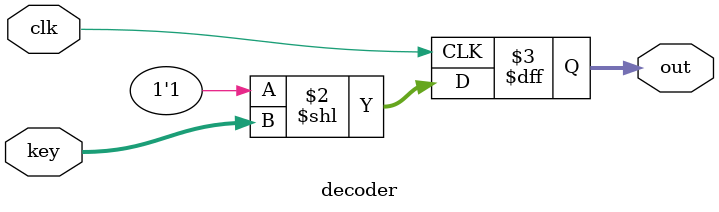
<source format=v>
module decoder (
    input        clk,
    input  [2:0] key,
    output [7:0] out
);
    always @(posedge clk)
        out <= 1'b1 << key;

endmodule

</source>
